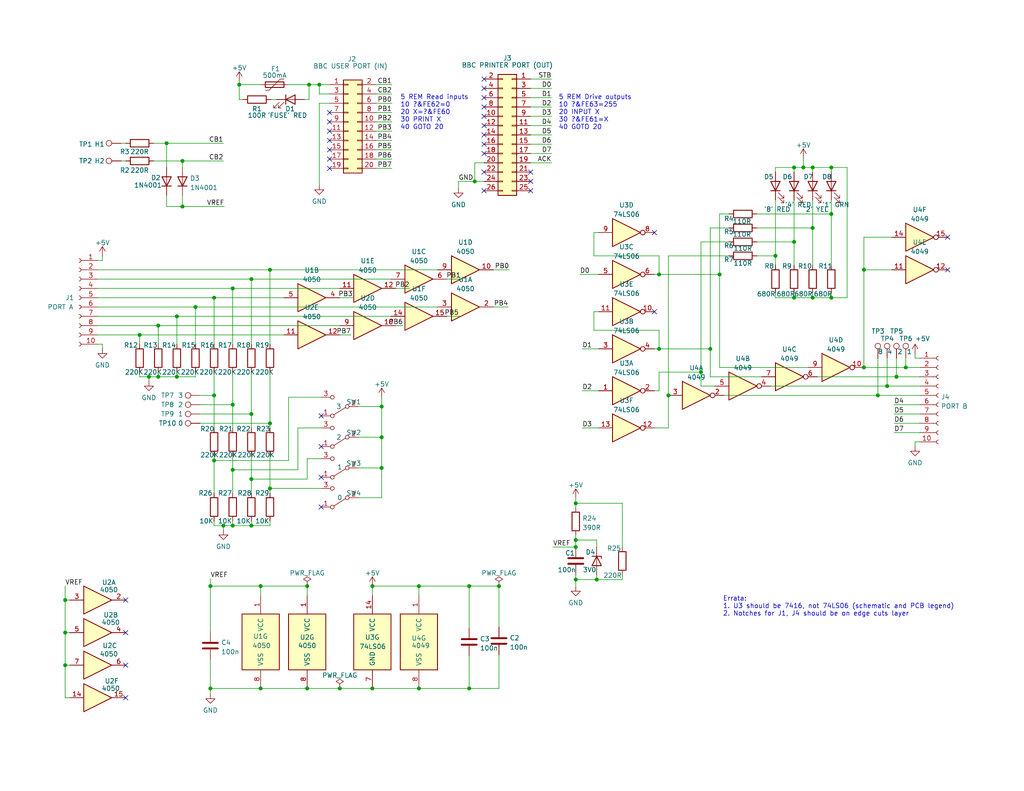
<source format=kicad_sch>
(kicad_sch (version 20211123) (generator eeschema)
  (paper "USLetter")
  (title_block (title "UNILAB Computer Module") (date "2023-05-28") (rev "MK II a"))
  (junction (at 157.099 149.352))
  (junction (at 17.78 172.72))
  (junction (at 68.58 76.2))
  (junction (at 196.342 74.93))
  (junction (at 49.784 43.942))
  (junction (at 58.42 81.28))
  (junction (at 157.099 158.242))
  (junction (at 101.6 160.02))
  (junction (at 71.12 160.02))
  (junction (at 43.18 102.87))
  (junction (at 221.742 62.23))
  (junction (at 58.42 125.73))
  (junction (at 48.26 86.36))
  (junction (at 60.96 143.51))
  (junction (at 83.82 160.02))
  (junction (at 48.26 102.87))
  (junction (at 63.5 110.49))
  (junction (at 226.822 58.42))
  (junction (at 157.099 147.447))
  (junction (at 38.1 91.44))
  (junction (at 182.372 107.95))
  (junction (at 73.66 133.35))
  (junction (at 68.58 143.51))
  (junction (at 128.016 160.02))
  (junction (at 58.42 107.95))
  (junction (at 157.099 137.414))
  (junction (at 235.712 73.66))
  (junction (at 53.34 83.82))
  (junction (at 226.822 45.72))
  (junction (at 17.78 181.61))
  (junction (at 191.262 101.6))
  (junction (at 239.522 107.95))
  (junction (at 65.278 23.114))
  (junction (at 68.58 113.03))
  (junction (at 242.062 105.41))
  (junction (at 83.82 187.96))
  (junction (at 226.822 81.28))
  (junction (at 40.64 102.87))
  (junction (at 221.742 81.28))
  (junction (at 43.18 88.9))
  (junction (at 87.122 23.114))
  (junction (at 104.14 127.762))
  (junction (at 68.58 130.81))
  (junction (at 63.5 128.27))
  (junction (at 219.202 45.72))
  (junction (at 179.832 74.93))
  (junction (at 84.328 23.114))
  (junction (at 63.5 143.51))
  (junction (at 45.466 39.116))
  (junction (at 104.14 110.998))
  (junction (at 136.144 160.02))
  (junction (at 17.78 163.83))
  (junction (at 101.6 187.96))
  (junction (at 73.66 73.66))
  (junction (at 247.142 100.33))
  (junction (at 128.016 187.96))
  (junction (at 71.12 187.96))
  (junction (at 114.3 187.96))
  (junction (at 193.802 95.25))
  (junction (at 73.66 115.57))
  (junction (at 235.712 100.33))
  (junction (at 114.3 160.02))
  (junction (at 57.404 187.96))
  (junction (at 49.784 56.388))
  (junction (at 221.742 45.72))
  (junction (at 244.602 102.87))
  (junction (at 63.5 78.74))
  (junction (at 179.832 95.25))
  (junction (at 211.582 69.85))
  (junction (at 216.662 66.04))
  (junction (at 162.814 158.242))
  (junction (at 216.662 81.28))
  (junction (at 92.71 187.96))
  (junction (at 57.404 160.02))
  (junction (at 129.54 49.53))
  (junction (at 216.662 45.72))
  (junction (at 104.14 119.38))
  (no_connect (at 178.562 85.09))
  (no_connect (at 178.562 63.5))
  (no_connect (at 34.29 163.83))
  (no_connect (at 34.29 172.72))
  (no_connect (at 34.29 181.61))
  (no_connect (at 34.29 190.5))
  (no_connect (at 87.63 130.302))
  (no_connect (at 87.63 138.43))
  (no_connect (at 87.63 113.538))
  (no_connect (at 87.63 121.92))
  (no_connect (at 89.916 30.734))
  (no_connect (at 132.08 34.29))
  (no_connect (at 132.08 36.83))
  (no_connect (at 132.08 39.37))
  (no_connect (at 132.08 41.91))
  (no_connect (at 132.08 46.99))
  (no_connect (at 132.08 52.07))
  (no_connect (at 144.78 46.99))
  (no_connect (at 144.78 49.53))
  (no_connect (at 144.78 52.07))
  (no_connect (at 132.08 21.59))
  (no_connect (at 132.08 24.13))
  (no_connect (at 132.08 26.67))
  (no_connect (at 132.08 29.21))
  (no_connect (at 132.08 31.75))
  (no_connect (at 89.916 33.274))
  (no_connect (at 89.916 35.814))
  (no_connect (at 89.916 38.354))
  (no_connect (at 89.916 40.894))
  (no_connect (at 89.916 43.434))
  (no_connect (at 89.916 45.974))
  (no_connect (at 258.572 64.77))
  (no_connect (at 258.572 73.66))
  (wire (pts (xy 226.822 45.72) (xy 221.742 45.72)))
  (wire (pts (xy 157.099 149.352) (xy 150.876 149.352)))
  (wire (pts (xy 128.016 171.45) (xy 128.016 160.02)))
  (wire (pts (xy 178.562 95.25) (xy 179.832 95.25)))
  (wire (pts (xy 40.64 102.87) (xy 40.64 104.14)))
  (wire (pts (xy 48.26 86.36) (xy 106.68 86.36)))
  (wire (pts (xy 58.42 125.73) (xy 58.42 134.62)))
  (wire (pts (xy 57.404 180.086) (xy 57.404 187.96)))
  (wire (pts (xy 68.58 124.46) (xy 68.58 130.81)))
  (wire (pts (xy 128.016 179.07) (xy 128.016 187.96)))
  (wire (pts (xy 158.877 116.84) (xy 163.322 116.84)))
  (wire (pts (xy 71.12 23.114) (xy 65.278 23.114)))
  (wire (pts (xy 179.832 95.25) (xy 193.802 95.25)))
  (wire (pts (xy 121.92 86.36) (xy 125.476 86.36)))
  (wire (pts (xy 73.66 73.66) (xy 119.38 73.66)))
  (wire (pts (xy 71.12 160.02) (xy 57.404 160.02)))
  (wire (pts (xy 84.328 27.178) (xy 84.328 23.114)))
  (wire (pts (xy 221.742 81.28) (xy 226.822 81.28)))
  (wire (pts (xy 128.016 187.96) (xy 136.144 187.96)))
  (wire (pts (xy 73.66 133.35) (xy 73.66 134.62)))
  (wire (pts (xy 114.3 160.02) (xy 114.3 162.56)))
  (wire (pts (xy 48.26 86.36) (xy 48.26 93.98)))
  (wire (pts (xy 179.832 101.6) (xy 191.262 101.6)))
  (wire (pts (xy 178.562 106.68) (xy 179.832 106.68)))
  (wire (pts (xy 196.342 58.42) (xy 196.342 74.93)))
  (wire (pts (xy 48.26 102.87) (xy 53.34 102.87)))
  (wire (pts (xy 162.814 158.242) (xy 169.799 158.242)))
  (wire (pts (xy 26.67 88.9) (xy 43.18 88.9)))
  (wire (pts (xy 216.662 80.01) (xy 216.662 81.28)))
  (wire (pts (xy 49.784 56.388) (xy 61.214 56.388)))
  (wire (pts (xy 211.582 54.61) (xy 211.582 69.85)))
  (wire (pts (xy 223.012 102.87) (xy 244.602 102.87)))
  (wire (pts (xy 26.67 78.74) (xy 63.5 78.74)))
  (wire (pts (xy 45.466 39.116) (xy 41.91 39.116)))
  (wire (pts (xy 221.742 62.23) (xy 221.742 72.39)))
  (wire (pts (xy 60.96 143.51) (xy 60.96 144.78)))
  (wire (pts (xy 87.122 28.194) (xy 89.916 28.194)))
  (wire (pts (xy 58.42 142.24) (xy 58.42 143.51)))
  (wire (pts (xy 58.42 107.95) (xy 58.42 116.84)))
  (wire (pts (xy 68.58 101.6) (xy 68.58 113.03)))
  (wire (pts (xy 102.616 35.814) (xy 106.934 35.814)))
  (wire (pts (xy 102.616 33.274) (xy 106.934 33.274)))
  (wire (pts (xy 45.466 39.116) (xy 60.96 39.116)))
  (wire (pts (xy 43.18 102.87) (xy 43.18 101.6)))
  (wire (pts (xy 60.96 143.51) (xy 63.5 143.51)))
  (wire (pts (xy 216.662 81.28) (xy 221.742 81.28)))
  (wire (pts (xy 92.71 91.44) (xy 95.758 91.44)))
  (wire (pts (xy 68.58 130.81) (xy 83.82 130.81)))
  (wire (pts (xy 179.832 74.93) (xy 196.342 74.93)))
  (wire (pts (xy 226.822 46.99) (xy 226.822 45.72)))
  (wire (pts (xy 158.242 74.93) (xy 163.322 74.93)))
  (wire (pts (xy 163.322 63.5) (xy 162.052 63.5)))
  (wire (pts (xy 162.814 147.447) (xy 157.099 147.447)))
  (wire (pts (xy 250.952 120.65) (xy 249.682 120.65)))
  (wire (pts (xy 235.712 100.33) (xy 235.712 73.66)))
  (wire (pts (xy 27.94 71.12) (xy 27.94 69.85)))
  (wire (pts (xy 249.682 97.79) (xy 250.952 97.79)))
  (wire (pts (xy 107.95 78.74) (xy 111.76 78.74)))
  (wire (pts (xy 83.82 125.222) (xy 83.82 130.81)))
  (wire (pts (xy 178.562 116.84) (xy 182.372 116.84)))
  (wire (pts (xy 244.602 102.87) (xy 250.952 102.87)))
  (wire (pts (xy 211.582 69.85) (xy 211.582 72.39)))
  (wire (pts (xy 97.79 135.89) (xy 104.14 135.89)))
  (wire (pts (xy 144.78 21.59) (xy 150.495 21.59)))
  (wire (pts (xy 144.78 31.75) (xy 150.495 31.75)))
  (wire (pts (xy 17.78 181.61) (xy 19.05 181.61)))
  (wire (pts (xy 73.914 27.178) (xy 75.438 27.178)))
  (wire (pts (xy 102.616 40.894) (xy 106.934 40.894)))
  (wire (pts (xy 132.08 44.45) (xy 129.54 44.45)))
  (wire (pts (xy 144.78 34.29) (xy 150.495 34.29)))
  (wire (pts (xy 216.662 66.04) (xy 216.662 72.39)))
  (wire (pts (xy 81.28 128.27) (xy 81.28 116.84)))
  (wire (pts (xy 235.712 73.66) (xy 243.332 73.66)))
  (wire (pts (xy 68.58 130.81) (xy 68.58 134.62)))
  (wire (pts (xy 43.18 88.9) (xy 43.18 93.98)))
  (wire (pts (xy 210.312 105.41) (xy 242.062 105.41)))
  (wire (pts (xy 97.79 110.998) (xy 104.14 110.998)))
  (wire (pts (xy 63.5 110.49) (xy 63.5 101.6)))
  (wire (pts (xy 38.1 91.44) (xy 38.1 93.98)))
  (wire (pts (xy 162.814 149.352) (xy 162.814 147.447)))
  (wire (pts (xy 104.14 119.38) (xy 104.14 127.762)))
  (wire (pts (xy 87.63 125.222) (xy 83.82 125.222)))
  (wire (pts (xy 71.12 162.56) (xy 71.12 160.02)))
  (wire (pts (xy 63.5 124.46) (xy 63.5 128.27)))
  (wire (pts (xy 125.095 51.435) (xy 125.095 49.53)))
  (wire (pts (xy 226.822 58.42) (xy 226.822 72.39)))
  (wire (pts (xy 249.682 120.65) (xy 249.682 121.92)))
  (wire (pts (xy 235.712 73.66) (xy 235.712 64.77)))
  (wire (pts (xy 162.052 63.5) (xy 162.052 69.85)))
  (wire (pts (xy 73.66 73.66) (xy 73.66 93.98)))
  (wire (pts (xy 206.502 66.04) (xy 216.662 66.04)))
  (wire (pts (xy 211.582 46.99) (xy 211.582 45.72)))
  (wire (pts (xy 242.062 97.79) (xy 242.062 105.41)))
  (wire (pts (xy 87.122 23.114) (xy 87.122 25.654)))
  (wire (pts (xy 17.78 172.72) (xy 17.78 181.61)))
  (wire (pts (xy 157.099 147.447) (xy 157.099 146.177)))
  (wire (pts (xy 179.832 90.17) (xy 179.832 95.25)))
  (wire (pts (xy 162.052 69.85) (xy 179.832 69.85)))
  (wire (pts (xy 206.502 62.23) (xy 221.742 62.23)))
  (wire (pts (xy 40.64 102.87) (xy 43.18 102.87)))
  (wire (pts (xy 169.799 137.414) (xy 157.099 137.414)))
  (wire (pts (xy 38.1 91.44) (xy 77.47 91.44)))
  (wire (pts (xy 65.278 27.178) (xy 66.294 27.178)))
  (wire (pts (xy 54.61 107.95) (xy 58.42 107.95)))
  (wire (pts (xy 104.14 110.998) (xy 104.14 119.38)))
  (wire (pts (xy 144.78 26.67) (xy 150.495 26.67)))
  (wire (pts (xy 17.78 160.02) (xy 17.78 163.83)))
  (wire (pts (xy 206.502 58.42) (xy 226.822 58.42)))
  (wire (pts (xy 68.58 113.03) (xy 54.61 113.03)))
  (wire (pts (xy 211.582 80.01) (xy 211.582 81.28)))
  (wire (pts (xy 68.58 76.2) (xy 68.58 93.98)))
  (wire (pts (xy 239.522 107.95) (xy 250.952 107.95)))
  (wire (pts (xy 114.3 187.96) (xy 128.016 187.96)))
  (wire (pts (xy 158.877 95.25) (xy 163.322 95.25)))
  (wire (pts (xy 83.82 187.96) (xy 92.71 187.96)))
  (wire (pts (xy 102.616 30.734) (xy 106.934 30.734)))
  (wire (pts (xy 221.742 54.61) (xy 221.742 62.23)))
  (wire (pts (xy 57.404 160.02) (xy 57.404 172.466)))
  (wire (pts (xy 162.052 85.09) (xy 162.052 90.17)))
  (wire (pts (xy 144.78 36.83) (xy 150.495 36.83)))
  (wire (pts (xy 121.92 76.2) (xy 125.984 76.2)))
  (wire (pts (xy 216.662 54.61) (xy 216.662 66.04)))
  (wire (pts (xy 17.78 172.72) (xy 19.05 172.72)))
  (wire (pts (xy 43.18 88.9) (xy 92.71 88.9)))
  (wire (pts (xy 193.802 95.25) (xy 193.802 62.23)))
  (wire (pts (xy 235.712 64.77) (xy 243.332 64.77)))
  (wire (pts (xy 57.404 189.484) (xy 57.404 187.96)))
  (wire (pts (xy 83.82 160.02) (xy 71.12 160.02)))
  (wire (pts (xy 136.144 171.196) (xy 136.144 160.02)))
  (wire (pts (xy 191.262 101.6) (xy 191.262 66.04)))
  (wire (pts (xy 26.67 81.28) (xy 58.42 81.28)))
  (wire (pts (xy 219.202 45.72) (xy 219.202 43.18)))
  (wire (pts (xy 129.54 44.45) (xy 129.54 49.53)))
  (wire (pts (xy 182.372 107.95) (xy 182.372 69.85)))
  (wire (pts (xy 211.582 45.72) (xy 216.662 45.72)))
  (wire (pts (xy 125.095 49.53) (xy 129.54 49.53)))
  (wire (pts (xy 53.34 83.82) (xy 119.38 83.82)))
  (wire (pts (xy 182.372 116.84) (xy 182.372 107.95)))
  (wire (pts (xy 235.712 100.33) (xy 247.142 100.33)))
  (wire (pts (xy 101.6 160.02) (xy 114.3 160.02)))
  (wire (pts (xy 101.6 187.96) (xy 114.3 187.96)))
  (wire (pts (xy 195.072 105.41) (xy 191.262 105.41)))
  (wire (pts (xy 49.784 53.34) (xy 49.784 56.388)))
  (wire (pts (xy 136.144 160.02) (xy 128.016 160.02)))
  (wire (pts (xy 57.404 187.96) (xy 71.12 187.96)))
  (wire (pts (xy 58.42 107.95) (xy 58.42 101.6)))
  (wire (pts (xy 63.5 143.51) (xy 68.58 143.51)))
  (wire (pts (xy 231.14 81.28) (xy 226.822 81.28)))
  (wire (pts (xy 87.63 116.84) (xy 81.28 116.84)))
  (wire (pts (xy 243.967 115.57) (xy 250.952 115.57)))
  (wire (pts (xy 247.142 100.33) (xy 250.952 100.33)))
  (wire (pts (xy 144.78 41.91) (xy 150.495 41.91)))
  (wire (pts (xy 102.616 28.194) (xy 106.934 28.194)))
  (wire (pts (xy 179.832 106.68) (xy 179.832 101.6)))
  (wire (pts (xy 78.74 108.458) (xy 78.74 125.73)))
  (wire (pts (xy 128.016 160.02) (xy 114.3 160.02)))
  (wire (pts (xy 144.78 44.45) (xy 150.495 44.45)))
  (wire (pts (xy 17.78 190.5) (xy 17.78 181.61)))
  (wire (pts (xy 57.404 157.988) (xy 57.404 160.02)))
  (wire (pts (xy 68.58 143.51) (xy 68.58 142.24)))
  (wire (pts (xy 163.322 85.09) (xy 162.052 85.09)))
  (wire (pts (xy 87.63 108.458) (xy 78.74 108.458)))
  (wire (pts (xy 63.5 128.27) (xy 81.28 128.27)))
  (wire (pts (xy 58.42 124.46) (xy 58.42 125.73)))
  (wire (pts (xy 87.122 28.194) (xy 87.122 50.546)))
  (wire (pts (xy 226.822 45.72) (xy 231.14 45.72)))
  (wire (pts (xy 220.472 100.33) (xy 196.342 100.33)))
  (wire (pts (xy 97.79 119.38) (xy 104.14 119.38)))
  (wire (pts (xy 196.342 74.93) (xy 196.342 100.33)))
  (wire (pts (xy 231.14 45.72) (xy 231.14 81.28)))
  (wire (pts (xy 38.1 102.87) (xy 40.64 102.87)))
  (wire (pts (xy 26.67 73.66) (xy 73.66 73.66)))
  (wire (pts (xy 63.5 143.51) (xy 63.5 142.24)))
  (wire (pts (xy 17.78 163.83) (xy 17.78 172.72)))
  (wire (pts (xy 102.616 38.354) (xy 106.934 38.354)))
  (wire (pts (xy 207.772 102.87) (xy 193.802 102.87)))
  (wire (pts (xy 134.62 83.82) (xy 138.684 83.82)))
  (wire (pts (xy 58.42 81.28) (xy 58.42 93.98)))
  (wire (pts (xy 87.122 23.114) (xy 84.328 23.114)))
  (wire (pts (xy 92.71 187.96) (xy 101.6 187.96)))
  (wire (pts (xy 191.262 105.41) (xy 191.262 101.6)))
  (wire (pts (xy 33.02 43.942) (xy 34.29 43.942)))
  (wire (pts (xy 73.66 133.35) (xy 87.63 133.35)))
  (wire (pts (xy 221.742 45.72) (xy 219.202 45.72)))
  (wire (pts (xy 157.099 137.414) (xy 157.099 138.557)))
  (wire (pts (xy 178.562 74.93) (xy 179.832 74.93)))
  (wire (pts (xy 89.916 25.654) (xy 87.122 25.654)))
  (wire (pts (xy 41.91 43.942) (xy 49.784 43.942)))
  (wire (pts (xy 134.62 73.66) (xy 138.938 73.66)))
  (wire (pts (xy 102.616 23.114) (xy 106.934 23.114)))
  (wire (pts (xy 197.612 107.95) (xy 239.522 107.95)))
  (wire (pts (xy 26.67 83.82) (xy 53.34 83.82)))
  (wire (pts (xy 221.742 45.72) (xy 221.742 46.99)))
  (wire (pts (xy 92.71 81.28) (xy 96.266 81.28)))
  (wire (pts (xy 83.82 162.56) (xy 83.82 160.02)))
  (wire (pts (xy 226.822 58.42) (xy 226.822 54.61)))
  (wire (pts (xy 157.099 158.242) (xy 162.814 158.242)))
  (wire (pts (xy 54.61 110.49) (xy 63.5 110.49)))
  (wire (pts (xy 179.832 69.85) (xy 179.832 74.93)))
  (wire (pts (xy 226.822 80.01) (xy 226.822 81.28)))
  (wire (pts (xy 104.14 110.998) (xy 104.14 108.458)))
  (wire (pts (xy 26.67 93.98) (xy 27.94 93.98)))
  (wire (pts (xy 84.328 23.114) (xy 78.74 23.114)))
  (wire (pts (xy 78.74 125.73) (xy 58.42 125.73)))
  (wire (pts (xy 239.522 97.79) (xy 239.522 107.95)))
  (wire (pts (xy 158.877 106.68) (xy 163.322 106.68)))
  (wire (pts (xy 104.14 127.762) (xy 104.14 135.89)))
  (wire (pts (xy 45.466 53.34) (xy 45.466 56.388)))
  (wire (pts (xy 53.34 83.82) (xy 53.34 93.98)))
  (wire (pts (xy 144.78 29.21) (xy 150.495 29.21)))
  (wire (pts (xy 73.66 124.46) (xy 73.66 133.35)))
  (wire (pts (xy 33.02 39.116) (xy 34.29 39.116)))
  (wire (pts (xy 157.099 136.017) (xy 157.099 137.414)))
  (wire (pts (xy 97.79 127.762) (xy 104.14 127.762)))
  (wire (pts (xy 129.54 49.53) (xy 132.08 49.53)))
  (wire (pts (xy 157.099 149.352) (xy 157.099 147.447)))
  (wire (pts (xy 58.42 81.28) (xy 77.47 81.28)))
  (wire (pts (xy 38.1 101.6) (xy 38.1 102.87)))
  (wire (pts (xy 242.062 105.41) (xy 250.952 105.41)))
  (wire (pts (xy 89.916 23.114) (xy 87.122 23.114)))
  (wire (pts (xy 73.66 115.57) (xy 73.66 116.84)))
  (wire (pts (xy 169.799 137.414) (xy 169.799 149.352)))
  (wire (pts (xy 221.742 80.01) (xy 221.742 81.28)))
  (wire (pts (xy 211.582 81.28) (xy 216.662 81.28)))
  (wire (pts (xy 144.78 39.37) (xy 150.495 39.37)))
  (wire (pts (xy 17.78 163.83) (xy 19.05 163.83)))
  (wire (pts (xy 243.967 110.49) (xy 250.952 110.49)))
  (wire (pts (xy 63.5 78.74) (xy 63.5 93.98)))
  (wire (pts (xy 48.26 102.87) (xy 48.26 101.6)))
  (wire (pts (xy 102.616 45.974) (xy 106.934 45.974)))
  (wire (pts (xy 162.814 158.242) (xy 162.814 156.972)))
  (wire (pts (xy 244.602 97.79) (xy 244.602 102.87)))
  (wire (pts (xy 65.278 23.114) (xy 65.278 27.178)))
  (wire (pts (xy 249.682 96.52) (xy 249.682 97.79)))
  (wire (pts (xy 243.967 113.03) (xy 250.952 113.03)))
  (wire (pts (xy 63.5 78.74) (xy 92.71 78.74)))
  (wire (pts (xy 191.262 66.04) (xy 198.882 66.04)))
  (wire (pts (xy 27.94 93.98) (xy 27.94 95.25)))
  (wire (pts (xy 63.5 110.49) (xy 63.5 116.84)))
  (wire (pts (xy 136.144 187.96) (xy 136.144 178.816)))
  (wire (pts (xy 206.502 69.85) (xy 211.582 69.85)))
  (wire (pts (xy 49.784 45.72) (xy 49.784 43.942)))
  (wire (pts (xy 26.67 76.2) (xy 68.58 76.2)))
  (wire (pts (xy 73.66 143.51) (xy 73.66 142.24)))
  (wire (pts (xy 68.58 113.03) (xy 68.58 116.84)))
  (wire (pts (xy 101.6 162.56) (xy 101.6 160.02)))
  (wire (pts (xy 83.82 187.96) (xy 71.12 187.96)))
  (wire (pts (xy 193.802 62.23) (xy 198.882 62.23)))
  (wire (pts (xy 45.466 45.72) (xy 45.466 39.116)))
  (wire (pts (xy 216.662 45.72) (xy 219.202 45.72)))
  (wire (pts (xy 193.802 102.87) (xy 193.802 95.25)))
  (wire (pts (xy 53.34 102.87) (xy 53.34 101.6)))
  (wire (pts (xy 162.052 90.17) (xy 179.832 90.17)))
  (wire (pts (xy 196.342 58.42) (xy 198.882 58.42)))
  (wire (pts (xy 157.099 160.147) (xy 157.099 158.242)))
  (wire (pts (xy 45.466 56.388) (xy 49.784 56.388)))
  (wire (pts (xy 102.616 25.654) (xy 106.934 25.654)))
  (wire (pts (xy 107.95 88.9) (xy 109.982 88.9)))
  (wire (pts (xy 83.058 27.178) (xy 84.328 27.178)))
  (wire (pts (xy 68.58 76.2) (xy 106.68 76.2)))
  (wire (pts (xy 26.67 71.12) (xy 27.94 71.12)))
  (wire (pts (xy 26.67 91.44) (xy 38.1 91.44)))
  (wire (pts (xy 182.372 69.85) (xy 198.882 69.85)))
  (wire (pts (xy 58.42 143.51) (xy 60.96 143.51)))
  (wire (pts (xy 19.05 190.5) (xy 17.78 190.5)))
  (wire (pts (xy 43.18 102.87) (xy 48.26 102.87)))
  (wire (pts (xy 73.66 115.57) (xy 73.66 101.6)))
  (wire (pts (xy 144.78 24.13) (xy 150.495 24.13)))
  (wire (pts (xy 247.142 97.79) (xy 247.142 100.33)))
  (wire (pts (xy 243.967 118.11) (xy 250.952 118.11)))
  (wire (pts (xy 169.799 158.242) (xy 169.799 156.972)))
  (wire (pts (xy 216.662 46.99) (xy 216.662 45.72)))
  (wire (pts (xy 54.61 115.57) (xy 73.66 115.57)))
  (wire (pts (xy 63.5 128.27) (xy 63.5 134.62)))
  (wire (pts (xy 65.278 22.098) (xy 65.278 23.114)))
  (wire (pts (xy 49.784 43.942) (xy 60.96 43.942)))
  (wire (pts (xy 68.58 143.51) (xy 73.66 143.51)))
  (wire (pts (xy 157.099 158.242) (xy 157.099 156.972)))
  (wire (pts (xy 102.616 43.434) (xy 106.934 43.434)))
  (wire (pts (xy 26.67 86.36) (xy 48.26 86.36)))
  (text "5 REM Drive outputs\n10 ?&FE63=255\n20 INPUT X\n30 ?&FE61=X\n40 GOTO 20" (at 152.4 35.56 0) (effects (font (size 1.27 1.27)) (justify left bottom)))
  (text "Errata: \n1. U3 should be 7416, not 74LS06 (schematic and PCB legend)\n2. Notches for J1, J4 should be on edge cuts layer" (at 197.231 168.402 0) (effects (font (size 1.27 1.27)) (justify left bottom)))
  (text "5 REM Read inputs\n10 ?&FE62=0\n20 X=?&FE60\n30 PRINT X\n40 GOTO 20" (at 109.22 35.56 0) (effects (font (size 1.27 1.27)) (justify left bottom)))
  (label "ACK" (at 150.495 44.45 180))
  (label "D3" (at 150.495 31.75 180))
  (label "D6" (at 243.967 115.57 0))
  (label "GND" (at 125.095 49.53 0))
  (label "PB2" (at 111.76 78.74 180))
  (label "PB2" (at 106.934 33.274 180))
  (label "D0" (at 158.242 74.93 0))
  (label "D4" (at 150.495 34.29 180))
  (label "PB1" (at 106.934 30.734 180))
  (label "D6" (at 150.495 39.37 180))
  (label "D1" (at 150.495 26.67 180))
  (label "PB6" (at 106.934 43.434 180))
  (label "PB3" (at 96.266 81.28 180))
  (label "D2" (at 150.495 29.21 180))
  (label "D7" (at 150.495 41.91 180))
  (label "D1" (at 158.877 95.25 0))
  (label "PB6" (at 109.982 88.9 180))
  (label "STB" (at 150.495 21.59 180))
  (label "PB4" (at 106.934 38.354 180))
  (label "D0" (at 150.495 24.13 180))
  (label "VREF" (at 61.214 56.388 180))
  (label "D5" (at 150.495 36.83 180))
  (label "PB5" (at 125.222 86.36 180))
  (label "PB0" (at 106.934 28.194 180))
  (label "CB2" (at 60.96 43.942 180))
  (label "D7" (at 243.967 118.11 0))
  (label "PB4" (at 138.684 83.82 180))
  (label "CB1" (at 60.96 39.116 180))
  (label "CB1" (at 106.934 23.114 180))
  (label "VREF" (at 57.404 157.988 0))
  (label "D5" (at 243.967 113.03 0))
  (label "VREF" (at 17.78 160.02 0))
  (label "CB2" (at 106.934 25.654 180))
  (label "PB1" (at 125.73 76.2 180))
  (label "PB7" (at 106.934 45.974 180))
  (label "PB7" (at 95.758 91.44 180))
  (label "D3" (at 158.877 116.84 0))
  (label "D2" (at 158.877 106.68 0))
  (label "PB5" (at 106.934 40.894 180))
  (label "PB0" (at 138.938 73.66 180))
  (label "D4" (at 243.967 110.49 0))
  (label "VREF" (at 150.876 149.352 0))
  (label "PB3" (at 106.934 35.814 180))
  (symbol (lib_id "Device:R") (at 68.58 97.79 180) (unit 1)
    (property "Reference" "R18" (at 64.516 94.234 0) (effects (justify right)))
    (property "Value" "220K" (at 64.516 101.6 0) (effects (justify right)))
    (property "Footprint" "Resistor_THT:R_Axial_DIN0207_L6.3mm_D2.5mm_P10.16mm_Horizontal" (effects hide))
  )
  (symbol (lib_id "Device:LED") (at 79.248 27.178 0) (unit 1)
    (property "Reference" "D1" (at 80.518 29.718 0) (effects (justify right)))
    (property "Value" "'FUSE' RED" (at 83.82 31.496 0) (effects (justify right)))
    (property "Footprint" "LED_THT:LED_D3.0mm" (effects hide))
  )
  (symbol (lib_id "4xxx:4050") (at 127 83.82 0) (unit 1)
    (property "Reference" "U1" (at 127 76.3102 0))
    (property "Value" "4050" (at 127 78.8471 0))
    (property "Footprint" "Package_DIP:DIP-16_W7.62mm_Socket_LongPads" (effects hide))
    (property "Datasheet" "http://www.intersil.com/content/dam/intersil/documents/cd40/cd4050bms.pdf" (effects hide))
  )
  (symbol (lib_id "Connector:TestPoint") (at 54.61 115.57 90) (unit 1)
    (property "Reference" "TP10" (at 45.72 115.57 90))
    (property "Value" "0" (at 49.276 115.57 90))
    (property "Footprint" "TestPoint:TestPoint_THTPad_D3.0mm_Drill1.5mm" (effects hide))
  )
  (symbol (lib_id "Device:R") (at 38.1 97.79 180) (unit 1)
    (property "Reference" "R12" (at 33.782 94.234 0) (effects (justify right)))
    (property "Value" "220K" (at 34.036 101.6 0) (effects (justify right)))
    (property "Footprint" "Resistor_THT:R_Axial_DIN0207_L6.3mm_D2.5mm_P10.16mm_Horizontal" (effects hide))
  )
  (symbol (lib_id "74xx:74LS06") (at 170.942 106.68 0) (unit 1)
    (property "Reference" "U3" (at 170.942 99.1702 0))
    (property "Value" "74LS06" (at 170.942 101.7071 0))
    (property "Footprint" "Package_DIP:DIP-14_W7.62mm_Socket_LongPads" (effects hide))
    (property "Datasheet" "http://www.ti.com/lit/gpn/sn74LS06" (effects hide))
  )
  (symbol (lib_id "4xxx:4050") (at 26.67 172.72 0) (unit 2)
    (property "Reference" "U2" (at 30.226 167.894 0))
    (property "Value" "4050" (at 30.226 169.926 0))
    (property "Footprint" "Package_DIP:DIP-16_W7.62mm_Socket_LongPads" (effects hide))
    (property "Datasheet" "http://www.intersil.com/content/dam/intersil/documents/cd40/cd4050bms.pdf" (effects hide))
  )
  (symbol (lib_id "Device:R") (at 63.5 138.43 180) (unit 1)
    (property "Reference" "R27" (at 59.436 134.62 0) (effects (justify right)))
    (property "Value" "10K" (at 59.436 142.24 0) (effects (justify right)))
    (property "Footprint" "Resistor_THT:R_Axial_DIN0207_L6.3mm_D2.5mm_P10.16mm_Horizontal" (effects hide))
  )
  (symbol (lib_id "power:GND") (at 249.682 121.92 0) (unit 1)
    (property "Reference" "#PWR011" (effects hide))
    (property "Value" "GND" (at 249.682 126.3634 0))
  )
  (symbol (lib_id "4xxx:4049") (at 114.3 175.26 0) (unit 7)
    (property "Reference" "U4" (at 112.268 174.244 0) (effects (justify left)))
    (property "Value" "4049" (at 112.268 176.276 0) (effects (justify left)))
    (property "Footprint" "Package_DIP:DIP-16_W7.62mm_Socket_LongPads" (effects hide))
    (property "Datasheet" "http://www.intersil.com/content/dam/intersil/documents/cd40/cd4049ubms.pdf" (effects hide))
  )
  (symbol (lib_id "4xxx:4049") (at 228.092 100.33 0) (unit 4)
    (property "Reference" "U4" (at 228.092 92.8202 0))
    (property "Value" "4049" (at 228.092 95.3571 0))
    (property "Footprint" "Package_DIP:DIP-16_W7.62mm_Socket_LongPads" (effects hide))
    (property "Datasheet" "http://www.intersil.com/content/dam/intersil/documents/cd40/cd4049ubms.pdf" (effects hide))
  )
  (symbol (lib_id "Connector:TestPoint") (at 242.062 97.79 0) (unit 1)
    (property "Reference" "TP4" (at 240.284 92.456 0) (effects (justify left)))
    (property "Value" "4" (at 242.062 96.012 0) (effects (justify left)))
    (property "Footprint" "TestPoint:TestPoint_THTPad_D3.0mm_Drill1.5mm" (effects hide))
  )
  (symbol (lib_id "Device:LED") (at 216.662 50.8 90) (unit 1)
    (property "Reference" "D6" (at 213.487 48.26 90) (effects (justify right)))
    (property "Value" "'4' RED" (at 214.122 55.88 90) (effects (justify right)))
    (property "Footprint" "LED_THT:LED_D3.0mm" (effects hide))
  )
  (symbol (lib_id "74xx:74LS06") (at 101.6 175.26 0) (unit 7)
    (property "Reference" "U3" (at 99.568 173.99 0) (effects (justify left)))
    (property "Value" "74LS06" (at 98.044 176.53 0) (effects (justify left)))
    (property "Footprint" "Package_DIP:DIP-14_W7.62mm_Socket_LongPads" (effects hide))
    (property "Datasheet" "http://www.ti.com/lit/gpn/sn74LS06" (effects hide))
  )
  (symbol (lib_id "4xxx:4049") (at 202.692 105.41 0) (unit 2)
    (property "Reference" "U4" (at 202.692 97.9002 0))
    (property "Value" "4049" (at 202.692 100.4371 0))
    (property "Footprint" "Package_DIP:DIP-16_W7.62mm_Socket_LongPads" (effects hide))
    (property "Datasheet" "http://www.intersil.com/content/dam/intersil/documents/cd40/cd4049ubms.pdf" (effects hide))
  )
  (symbol (lib_id "Device:R") (at 211.582 76.2 180) (unit 1)
    (property "Reference" "R8" (at 208.534 72.644 0) (effects (justify right)))
    (property "Value" "680R" (at 206.502 80.264 0) (effects (justify right)))
    (property "Footprint" "Resistor_THT:R_Axial_DIN0207_L6.3mm_D2.5mm_P10.16mm_Horizontal" (effects hide))
  )
  (symbol (lib_id "Device:D") (at 49.784 49.53 90) (unit 1)
    (property "Reference" "D3" (at 51.816 48.6953 90) (effects (justify right)))
    (property "Value" "1N4001" (at 51.816 51.2322 90) (effects (justify right)))
    (property "Footprint" "Diode_THT:D_DO-41_SOD81_P10.16mm_Horizontal" (effects hide))
  )
  (symbol (lib_id "Device:LED") (at 226.822 50.8 90) (unit 1)
    (property "Reference" "D8" (at 224.282 48.26 90) (effects (justify right)))
    (property "Value" "'1' GRN" (at 224.282 55.88 90) (effects (justify right)))
    (property "Footprint" "LED_THT:LED_D3.0mm" (effects hide))
  )
  (symbol (lib_id "Connector:TestPoint") (at 247.142 97.79 0) (unit 1)
    (property "Reference" "TP6" (at 245.364 92.456 0) (effects (justify left)))
    (property "Value" "1" (at 247.396 96.012 0) (effects (justify left)))
    (property "Footprint" "TestPoint:TestPoint_THTPad_D3.0mm_Drill1.5mm" (effects hide))
  )
  (symbol (lib_id "Device:C") (at 57.404 176.276 0) (unit 1)
    (property "Reference" "C4" (at 60.325 175.4413 0) (effects (justify left)))
    (property "Value" "100n" (at 60.325 177.9782 0) (effects (justify left)))
    (property "Footprint" "Capacitor_THT:C_Rect_L7.2mm_W2.5mm_P5.00mm_FKS2_FKP2_MKS2_MKP2" (effects hide))
  )
  (symbol (lib_id "Connector:TestPoint") (at 33.02 43.942 90) (unit 1)
    (property "Reference" "TP2" (at 23.368 43.942 90))
    (property "Value" "H2" (at 27.178 43.942 90))
    (property "Footprint" "TestPoint:TestPoint_THTPad_3.0x3.0mm_Drill1.5mm" (effects hide))
  )
  (symbol (lib_id "4xxx:4049") (at 250.952 73.66 0) (unit 5)
    (property "Reference" "U4" (at 250.952 66.1502 0))
    (property "Value" "4049" (at 250.952 68.6871 0))
    (property "Footprint" "Package_DIP:DIP-16_W7.62mm_Socket_LongPads" (effects hide))
    (property "Datasheet" "http://www.intersil.com/content/dam/intersil/documents/cd40/cd4049ubms.pdf" (effects hide))
  )
  (symbol (lib_id "Device:R") (at 68.58 120.65 180) (unit 1)
    (property "Reference" "R22" (at 64.516 117.094 0) (effects (justify right)))
    (property "Value" "220K" (at 64.77 124.206 0) (effects (justify right)))
    (property "Footprint" "Resistor_THT:R_Axial_DIN0207_L6.3mm_D2.5mm_P10.16mm_Horizontal" (effects hide))
  )
  (symbol (lib_id "Device:R") (at 202.692 66.04 270) (unit 1)
    (property "Reference" "R6" (at 198.882 67.056 90))
    (property "Value" "110R" (at 202.692 67.818 90))
    (property "Footprint" "Resistor_THT:R_Axial_DIN0207_L6.3mm_D2.5mm_P10.16mm_Horizontal" (effects hide))
  )
  (symbol (lib_id "power:PWR_FLAG") (at 136.144 160.02 0) (unit 1)
    (property "Reference" "#FLG0103" (effects hide))
    (property "Value" "PWR_FLAG" (at 136.144 156.4442 0))
  )
  (symbol (lib_id "4xxx:4049") (at 189.992 107.95 0) (unit 1)
    (property "Reference" "U4" (at 189.992 100.4402 0))
    (property "Value" "4049" (at 189.992 102.9771 0))
    (property "Footprint" "Package_DIP:DIP-16_W7.62mm_Socket_LongPads" (effects hide))
    (property "Datasheet" "http://www.intersil.com/content/dam/intersil/documents/cd40/cd4049ubms.pdf" (effects hide))
  )
  (symbol (lib_id "74xx:74LS06") (at 170.942 74.93 0) (unit 3)
    (property "Reference" "U3" (at 170.942 67.4202 0))
    (property "Value" "74LS06" (at 170.942 69.9571 0))
    (property "Footprint" "Package_DIP:DIP-14_W7.62mm_Socket_LongPads" (effects hide))
    (property "Datasheet" "http://www.ti.com/lit/gpn/sn74LS06" (effects hide))
  )
  (symbol (lib_id "Device:LED") (at 211.582 50.8 90) (unit 1)
    (property "Reference" "D5" (at 208.407 48.26 90) (effects (justify right)))
    (property "Value" "'8' RED" (at 208.407 57.15 90) (effects (justify right)))
    (property "Footprint" "LED_THT:LED_D3.0mm" (effects hide))
  )
  (symbol (lib_id "Connector:Conn_01x10_Female") (at 256.032 107.95 0) (unit 1)
    (property "Reference" "J4" (at 256.7432 108.3853 0) (effects (justify left)))
    (property "Value" "PORT B" (at 256.7432 110.9222 0) (effects (justify left)))
    (property "Footprint" "unilab_bbc:10W_RA_Female" (effects hide))
  )
  (symbol (lib_id "Switch:SW_SPDT") (at 92.71 119.38 180) (unit 1)
    (property "Reference" "SW2" (at 96.52 118.11 0))
    (property "Value" "2" (at 92.456 119.38 0))
    (property "Footprint" "unilab_bbc:SPDT SIP SLIDE" (effects hide))
  )
  (symbol (lib_id "power:PWR_FLAG") (at 83.82 160.02 0) (unit 1)
    (property "Reference" "#FLG0102" (effects hide))
    (property "Value" "PWR_FLAG" (at 83.82 156.4442 0))
  )
  (symbol (lib_id "Device:R") (at 58.42 120.65 180) (unit 1)
    (property "Reference" "R20" (at 54.61 117.094 0) (effects (justify right)))
    (property "Value" "220K" (at 54.61 124.206 0) (effects (justify right)))
    (property "Footprint" "Resistor_THT:R_Axial_DIN0207_L6.3mm_D2.5mm_P10.16mm_Horizontal" (effects hide))
  )
  (symbol (lib_id "Device:D_Zener") (at 162.814 153.162 270) (unit 1)
    (property "Reference" "D4" (at 159.766 150.749 90) (effects (justify left)))
    (property "Value" "3V0" (at 159.004 155.575 90) (effects (justify left)))
    (property "Footprint" "Diode_THT:D_DO-34_SOD68_P7.62mm_Horizontal" (effects hide))
  )
  (symbol (lib_id "Device:R") (at 73.66 120.65 180) (unit 1)
    (property "Reference" "R23" (at 69.85 117.094 0) (effects (justify right)))
    (property "Value" "220K" (at 69.85 124.206 0) (effects (justify right)))
    (property "Footprint" "Resistor_THT:R_Axial_DIN0207_L6.3mm_D2.5mm_P10.16mm_Horizontal" (effects hide))
  )
  (symbol (lib_id "74xx:74LS06") (at 170.942 63.5 0) (unit 4)
    (property "Reference" "U3" (at 170.942 55.9902 0))
    (property "Value" "74LS06" (at 170.942 58.5271 0))
    (property "Footprint" "Package_DIP:DIP-14_W7.62mm_Socket_LongPads" (effects hide))
    (property "Datasheet" "http://www.ti.com/lit/gpn/sn74LS06" (effects hide))
  )
  (symbol (lib_id "Device:LED") (at 221.742 50.8 90) (unit 1)
    (property "Reference" "D7" (at 219.202 48.26 90) (effects (justify right)))
    (property "Value" "'2' YEL" (at 219.202 57.15 90) (effects (justify right)))
    (property "Footprint" "LED_THT:LED_D3.0mm" (effects hide))
  )
  (symbol (lib_id "Connector_Generic:Conn_02x10_Odd_Even") (at 94.996 33.274 0) (unit 1)
    (property "Reference" "J2" (at 96.012 16.129 0))
    (property "Value" "BBC USER PORT (IN)" (at 95.631 18.034 0))
    (property "Footprint" "Connector_PinHeader_2.54mm:PinHeader_2x10_P2.54mm_Vertical" (effects hide))
  )
  (symbol (lib_id "Connector:TestPoint") (at 54.61 110.49 90) (unit 1)
    (property "Reference" "TP8" (at 45.72 110.49 90))
    (property "Value" "2" (at 49.276 110.49 90))
    (property "Footprint" "TestPoint:TestPoint_THTPad_D3.0mm_Drill1.5mm" (effects hide))
  )
  (symbol (lib_id "Device:R") (at 73.66 138.43 180) (unit 1)
    (property "Reference" "R29" (at 69.596 134.62 0) (effects (justify right)))
    (property "Value" "10K" (at 69.596 142.24 0) (effects (justify right)))
    (property "Footprint" "Resistor_THT:R_Axial_DIN0207_L6.3mm_D2.5mm_P10.16mm_Horizontal" (effects hide))
  )
  (symbol (lib_id "4xxx:4050") (at 71.12 175.26 0) (unit 7)
    (property "Reference" "U1" (at 69.088 173.736 0) (effects (justify left)))
    (property "Value" "4050" (at 68.834 176.276 0) (effects (justify left)))
    (property "Footprint" "Package_DIP:DIP-16_W7.62mm_Socket_LongPads" (effects hide))
    (property "Datasheet" "http://www.intersil.com/content/dam/intersil/documents/cd40/cd4050bms.pdf" (effects hide))
  )
  (symbol (lib_id "Switch:SW_SPDT") (at 92.71 110.998 180) (unit 1)
    (property "Reference" "SW1" (at 96.52 109.728 0))
    (property "Value" "3" (at 92.456 110.998 0))
    (property "Footprint" "unilab_bbc:SPDT SIP SLIDE" (effects hide))
  )
  (symbol (lib_id "Device:R") (at 157.099 142.367 0) (unit 1)
    (property "Reference" "R24" (at 158.877 141.5323 0) (effects (justify left)))
    (property "Value" "390R" (at 158.877 144.0692 0) (effects (justify left)))
    (property "Footprint" "Resistor_THT:R_Axial_DIN0207_L6.3mm_D2.5mm_P10.16mm_Horizontal" (effects hide))
  )
  (symbol (lib_id "power:+5V") (at 101.6 160.02 0) (unit 1)
    (property "Reference" "#PWR015" (effects hide))
    (property "Value" "+5V" (at 101.6 156.4442 0))
  )
  (symbol (lib_id "power:GND") (at 157.099 160.147 0) (unit 1)
    (property "Reference" "#PWR013" (effects hide))
    (property "Value" "GND" (at 157.099 164.5904 0))
  )
  (symbol (lib_id "Connector_Generic:Conn_02x13_Odd_Even") (at 139.7 36.83 0) (mirror y) (unit 1)
    (property "Reference" "J3" (at 138.43 15.875 0))
    (property "Value" "BBC PRINTER PORT (OUT)" (at 138.43 17.78 0))
    (property "Footprint" "Connector_PinHeader_2.54mm:PinHeader_2x13_P2.54mm_Vertical" (effects hide))
  )
  (symbol (lib_id "74xx:74LS06") (at 170.942 95.25 0) (unit 2)
    (property "Reference" "U3" (at 170.942 87.7402 0))
    (property "Value" "74LS06" (at 170.942 90.2771 0))
    (property "Footprint" "Package_DIP:DIP-14_W7.62mm_Socket_LongPads" (effects hide))
    (property "Datasheet" "http://www.ti.com/lit/gpn/sn74LS06" (effects hide))
  )
  (symbol (lib_id "Device:R") (at 43.18 97.79 180) (unit 1)
    (property "Reference" "R13" (at 39.116 94.234 0) (effects (justify right)))
    (property "Value" "220K" (at 39.116 101.6 0) (effects (justify right)))
    (property "Footprint" "Resistor_THT:R_Axial_DIN0207_L6.3mm_D2.5mm_P10.16mm_Horizontal" (effects hide))
  )
  (symbol (lib_id "Device:R") (at 38.1 39.116 90) (unit 1)
    (property "Reference" "R3" (at 34.036 41.402 90))
    (property "Value" "220R" (at 38.1 41.402 90))
    (property "Footprint" "Resistor_THT:R_Axial_DIN0207_L6.3mm_D2.5mm_P10.16mm_Horizontal" (effects hide))
  )
  (symbol (lib_id "Connector:Conn_01x10_Female") (at 21.59 81.28 0) (mirror y) (unit 1)
    (property "Reference" "J1" (at 19.05 81.28 0))
    (property "Value" "PORT A" (at 16.51 83.82 0))
    (property "Footprint" "unilab_bbc:10W_RA_Female" (effects hide))
  )
  (symbol (lib_id "power:PWR_FLAG") (at 92.71 187.96 0) (unit 1)
    (property "Reference" "#FLG0101" (effects hide))
    (property "Value" "PWR_FLAG" (at 92.71 184.3842 0))
  )
  (symbol (lib_id "Device:C") (at 157.099 153.162 0) (unit 1)
    (property "Reference" "C1" (at 154.178 151.003 0) (effects (justify left)))
    (property "Value" "100n" (at 152.146 155.575 0) (effects (justify left)))
    (property "Footprint" "Capacitor_THT:C_Rect_L7.2mm_W2.5mm_P5.00mm_FKS2_FKP2_MKS2_MKP2" (effects hide))
  )
  (symbol (lib_id "power:GND") (at 125.095 51.435 0) (unit 1)
    (property "Reference" "#PWR04" (effects hide))
    (property "Value" "GND" (at 125.095 55.8784 0))
  )
  (symbol (lib_id "Device:R") (at 70.104 27.178 270) (unit 1)
    (property "Reference" "R1" (at 70.104 29.718 90))
    (property "Value" "100R" (at 70.104 31.496 90))
    (property "Footprint" "Resistor_THT:R_Axial_DIN0207_L6.3mm_D2.5mm_P10.16mm_Horizontal" (effects hide))
  )
  (symbol (lib_id "Device:R") (at 169.799 153.162 0) (unit 1)
    (property "Reference" "R25" (at 165.608 149.733 0) (effects (justify left)))
    (property "Value" "220R" (at 164.592 157.099 0) (effects (justify left)))
    (property "Footprint" "Resistor_THT:R_Axial_DIN0207_L6.3mm_D2.5mm_P10.16mm_Horizontal" (effects hide))
  )
  (symbol (lib_id "power:+5V") (at 104.14 108.458 0) (unit 1)
    (property "Reference" "#PWR010" (effects hide))
    (property "Value" "+5V" (at 104.14 104.8822 0))
  )
  (symbol (lib_id "Connector:TestPoint") (at 239.522 97.79 0) (unit 1)
    (property "Reference" "TP3" (at 237.744 90.424 0) (effects (justify left)))
    (property "Value" "8" (at 239.522 96.012 0) (effects (justify left)))
    (property "Footprint" "TestPoint:TestPoint_THTPad_D3.0mm_Drill1.5mm" (effects hide))
  )
  (symbol (lib_id "Device:R") (at 226.822 76.2 180) (unit 1)
    (property "Reference" "R11" (at 223.266 72.644 0) (effects (justify right)))
    (property "Value" "680R" (at 221.996 80.264 0) (effects (justify right)))
    (property "Footprint" "Resistor_THT:R_Axial_DIN0207_L6.3mm_D2.5mm_P10.16mm_Horizontal" (effects hide))
  )
  (symbol (lib_id "power:+5V") (at 65.278 22.098 0) (unit 1)
    (property "Reference" "#PWR01" (effects hide))
    (property "Value" "+5V" (at 65.278 18.5222 0))
  )
  (symbol (lib_id "Connector:TestPoint") (at 54.61 107.95 90) (unit 1)
    (property "Reference" "TP7" (at 45.72 107.95 90))
    (property "Value" "3" (at 49.276 107.95 90))
    (property "Footprint" "TestPoint:TestPoint_THTPad_D3.0mm_Drill1.5mm" (effects hide))
  )
  (symbol (lib_id "Device:R") (at 68.58 138.43 180) (unit 1)
    (property "Reference" "R28" (at 64.77 134.62 0) (effects (justify right)))
    (property "Value" "10K" (at 64.516 142.24 0) (effects (justify right)))
    (property "Footprint" "Resistor_THT:R_Axial_DIN0207_L6.3mm_D2.5mm_P10.16mm_Horizontal" (effects hide))
  )
  (symbol (lib_id "Device:D") (at 45.466 49.53 90) (unit 1)
    (property "Reference" "D2" (at 41.148 48.514 90) (effects (justify right)))
    (property "Value" "1N4001" (at 36.576 50.546 90) (effects (justify right)))
    (property "Footprint" "Diode_THT:D_DO-41_SOD81_P10.16mm_Horizontal" (effects hide))
  )
  (symbol (lib_id "Device:R") (at 73.66 97.79 180) (unit 1)
    (property "Reference" "R19" (at 69.596 94.234 0) (effects (justify right)))
    (property "Value" "220K" (at 69.596 101.6 0) (effects (justify right)))
    (property "Footprint" "Resistor_THT:R_Axial_DIN0207_L6.3mm_D2.5mm_P10.16mm_Horizontal" (effects hide))
  )
  (symbol (lib_id "4xxx:4050") (at 26.67 163.83 0) (unit 1)
    (property "Reference" "U2" (at 29.718 159.004 0))
    (property "Value" "4050" (at 29.718 161.036 0))
    (property "Footprint" "Package_DIP:DIP-16_W7.62mm_Socket_LongPads" (effects hide))
    (property "Datasheet" "http://www.intersil.com/content/dam/intersil/documents/cd40/cd4050bms.pdf" (effects hide))
  )
  (symbol (lib_id "4xxx:4050") (at 114.3 76.2 0) (unit 3)
    (property "Reference" "U1" (at 114.3 68.6902 0))
    (property "Value" "4050" (at 114.3 71.2271 0))
    (property "Footprint" "Package_DIP:DIP-16_W7.62mm_Socket_LongPads" (effects hide))
    (property "Datasheet" "http://www.intersil.com/content/dam/intersil/documents/cd40/cd4050bms.pdf" (effects hide))
  )
  (symbol (lib_id "74xx:74LS06") (at 170.942 116.84 0) (unit 6)
    (property "Reference" "U3" (at 170.942 109.3302 0))
    (property "Value" "74LS06" (at 170.942 111.8671 0))
    (property "Footprint" "Package_DIP:DIP-14_W7.62mm_Socket_LongPads" (effects hide))
    (property "Datasheet" "http://www.ti.com/lit/gpn/sn74LS06" (effects hide))
  )
  (symbol (lib_id "power:+5V") (at 27.94 69.85 0) (unit 1)
    (property "Reference" "#PWR05" (effects hide))
    (property "Value" "+5V" (at 27.94 66.2742 0))
  )
  (symbol (lib_id "power:+5V") (at 157.099 136.017 0) (unit 1)
    (property "Reference" "#PWR012" (effects hide))
    (property "Value" "+5V" (at 157.099 132.4412 0))
  )
  (symbol (lib_id "4xxx:4050") (at 26.67 190.5 0) (unit 6)
    (property "Reference" "U2" (at 30.48 185.928 0))
    (property "Value" "4050" (at 30.226 187.96 0))
    (property "Footprint" "Package_DIP:DIP-16_W7.62mm_Socket_LongPads" (effects hide))
    (property "Datasheet" "http://www.intersil.com/content/dam/intersil/documents/cd40/cd4050bms.pdf" (effects hide))
  )
  (symbol (lib_id "Device:R") (at 38.1 43.942 90) (unit 1)
    (property "Reference" "R2" (at 34.036 46.482 90))
    (property "Value" "220R" (at 38.1 46.482 90))
    (property "Footprint" "Resistor_THT:R_Axial_DIN0207_L6.3mm_D2.5mm_P10.16mm_Horizontal" (effects hide))
  )
  (symbol (lib_id "Switch:SW_SPDT") (at 92.71 127.762 180) (unit 1)
    (property "Reference" "SW3" (at 96.52 126.492 0))
    (property "Value" "1" (at 92.71 127.508 0))
    (property "Footprint" "unilab_bbc:SPDT SIP SLIDE" (effects hide))
  )
  (symbol (lib_id "4xxx:4050") (at 127 73.66 0) (unit 4)
    (property "Reference" "U1" (at 127 66.1502 0))
    (property "Value" "4050" (at 127 68.6871 0))
    (property "Footprint" "Package_DIP:DIP-16_W7.62mm_Socket_LongPads" (effects hide))
    (property "Datasheet" "http://www.intersil.com/content/dam/intersil/documents/cd40/cd4050bms.pdf" (effects hide))
  )
  (symbol (lib_id "Device:R") (at 202.692 62.23 270) (unit 1)
    (property "Reference" "R5" (at 198.882 63.246 90))
    (property "Value" "110R" (at 202.438 64.008 90))
    (property "Footprint" "Resistor_THT:R_Axial_DIN0207_L6.3mm_D2.5mm_P10.16mm_Horizontal" (effects hide))
  )
  (symbol (lib_id "74xx:74LS06") (at 170.942 85.09 0) (unit 5)
    (property "Reference" "U3" (at 170.942 77.5802 0))
    (property "Value" "74LS06" (at 170.942 80.1171 0))
    (property "Footprint" "Package_DIP:DIP-14_W7.62mm_Socket_LongPads" (effects hide))
    (property "Datasheet" "http://www.ti.com/lit/gpn/sn74LS06" (effects hide))
  )
  (symbol (lib_id "Connector:TestPoint") (at 54.61 113.03 90) (unit 1)
    (property "Reference" "TP9" (at 45.72 113.03 90))
    (property "Value" "1" (at 49.276 113.03 90))
    (property "Footprint" "TestPoint:TestPoint_THTPad_D3.0mm_Drill1.5mm" (effects hide))
  )
  (symbol (lib_id "Device:R") (at 58.42 138.43 180) (unit 1)
    (property "Reference" "R26" (at 54.102 134.62 0) (effects (justify right)))
    (property "Value" "10K" (at 54.356 142.24 0) (effects (justify right)))
    (property "Footprint" "Resistor_THT:R_Axial_DIN0207_L6.3mm_D2.5mm_P10.16mm_Horizontal" (effects hide))
  )
  (symbol (lib_id "Connector:TestPoint") (at 33.02 39.116 90) (unit 1)
    (property "Reference" "TP1" (at 23.368 39.37 90))
    (property "Value" "H1" (at 27.178 39.37 90))
    (property "Footprint" "TestPoint:TestPoint_THTPad_3.0x3.0mm_Drill1.5mm" (effects hide))
  )
  (symbol (lib_id "Device:R") (at 221.742 76.2 180) (unit 1)
    (property "Reference" "R10" (at 217.678 72.644 0) (effects (justify right)))
    (property "Value" "680R" (at 216.662 80.264 0) (effects (justify right)))
    (property "Footprint" "Resistor_THT:R_Axial_DIN0207_L6.3mm_D2.5mm_P10.16mm_Horizontal" (effects hide))
  )
  (symbol (lib_id "power:GND") (at 40.64 104.14 0) (unit 1)
    (property "Reference" "#PWR09" (effects hide))
    (property "Value" "GND" (at 40.64 108.5834 0))
  )
  (symbol (lib_id "power:+5V") (at 219.202 43.18 0) (unit 1)
    (property "Reference" "#PWR02" (effects hide))
    (property "Value" "+5V" (at 219.202 39.6042 0))
  )
  (symbol (lib_id "Device:R") (at 202.692 69.85 270) (unit 1)
    (property "Reference" "R7" (at 198.882 70.866 90))
    (property "Value" "110R" (at 202.692 71.882 90))
    (property "Footprint" "Resistor_THT:R_Axial_DIN0207_L6.3mm_D2.5mm_P10.16mm_Horizontal" (effects hide))
  )
  (symbol (lib_id "4xxx:4050") (at 100.33 78.74 0) (unit 5)
    (property "Reference" "U1" (at 100.33 71.2302 0))
    (property "Value" "4050" (at 100.33 73.7671 0))
    (property "Footprint" "Package_DIP:DIP-16_W7.62mm_Socket_LongPads" (effects hide))
    (property "Datasheet" "http://www.intersil.com/content/dam/intersil/documents/cd40/cd4050bms.pdf" (effects hide))
  )
  (symbol (lib_id "Device:R") (at 202.692 58.42 270) (unit 1)
    (property "Reference" "R4" (at 198.882 59.69 90))
    (property "Value" "110R" (at 202.438 60.452 90))
    (property "Footprint" "Resistor_THT:R_Axial_DIN0207_L6.3mm_D2.5mm_P10.16mm_Horizontal" (effects hide))
  )
  (symbol (lib_id "power:GND") (at 57.404 189.484 0) (unit 1)
    (property "Reference" "#PWR016" (effects hide))
    (property "Value" "GND" (at 57.404 193.9274 0))
  )
  (symbol (lib_id "Device:Polyfuse") (at 74.93 23.114 270) (unit 1)
    (property "Reference" "F1" (at 73.914 18.796 90) (effects (justify left)))
    (property "Value" "500mA" (at 71.628 20.574 90) (effects (justify left)))
    (property "Footprint" "Fuse:Fuse_Bourns_MF-RG400" (effects hide))
  )
  (symbol (lib_id "4xxx:4050") (at 85.09 91.44 0) (unit 5)
    (property "Reference" "U2" (at 85.09 83.9302 0))
    (property "Value" "4050" (at 85.09 86.4671 0))
    (property "Footprint" "Package_DIP:DIP-16_W7.62mm_Socket_LongPads" (effects hide))
    (property "Datasheet" "http://www.intersil.com/content/dam/intersil/documents/cd40/cd4050bms.pdf" (effects hide))
  )
  (symbol (lib_id "Device:R") (at 48.26 97.79 180) (unit 1)
    (property "Reference" "R14" (at 44.196 94.234 0) (effects (justify right)))
    (property "Value" "220K" (at 44.196 101.6 0) (effects (justify right)))
    (property "Footprint" "Resistor_THT:R_Axial_DIN0207_L6.3mm_D2.5mm_P10.16mm_Horizontal" (effects hide))
  )
  (symbol (lib_id "power:GND") (at 87.122 50.546 0) (unit 1)
    (property "Reference" "#PWR03" (effects hide))
    (property "Value" "GND" (at 87.122 54.9894 0))
  )
  (symbol (lib_id "Connector:TestPoint") (at 244.602 97.79 0) (unit 1)
    (property "Reference" "TP5" (at 242.824 90.424 0) (effects (justify left)))
    (property "Value" "2" (at 244.856 96.012 0) (effects (justify left)))
    (property "Footprint" "TestPoint:TestPoint_THTPad_D3.0mm_Drill1.5mm" (effects hide))
  )
  (symbol (lib_id "power:+5V") (at 249.682 96.52 0) (unit 1)
    (property "Reference" "#PWR07" (effects hide))
    (property "Value" "+5V" (at 251.714 92.456 0))
  )
  (symbol (lib_id "Switch:SW_SPDT") (at 92.71 135.89 180) (unit 1)
    (property "Reference" "SW4" (at 96.52 134.62 0))
    (property "Value" "0" (at 92.71 135.89 0))
    (property "Footprint" "unilab_bbc:SPDT SIP SLIDE" (effects hide))
  )
  (symbol (lib_id "Device:R") (at 63.5 97.79 180) (unit 1)
    (property "Reference" "R17" (at 59.436 94.234 0) (effects (justify right)))
    (property "Value" "220K" (at 59.436 101.6 0) (effects (justify right)))
    (property "Footprint" "Resistor_THT:R_Axial_DIN0207_L6.3mm_D2.5mm_P10.16mm_Horizontal" (effects hide))
  )
  (symbol (lib_id "power:GND") (at 60.96 144.78 0) (unit 1)
    (property "Reference" "#PWR014" (effects hide))
    (property "Value" "GND" (at 60.96 149.2234 0))
  )
  (symbol (lib_id "Device:R") (at 58.42 97.79 180) (unit 1)
    (property "Reference" "R16" (at 54.61 94.234 0) (effects (justify right)))
    (property "Value" "220K" (at 54.356 101.6 0) (effects (justify right)))
    (property "Footprint" "Resistor_THT:R_Axial_DIN0207_L6.3mm_D2.5mm_P10.16mm_Horizontal" (effects hide))
  )
  (symbol (lib_id "Device:R") (at 63.5 120.65 180) (unit 1)
    (property "Reference" "R21" (at 59.69 117.094 0) (effects (justify right)))
    (property "Value" "220K" (at 59.69 124.206 0) (effects (justify right)))
    (property "Footprint" "Resistor_THT:R_Axial_DIN0207_L6.3mm_D2.5mm_P10.16mm_Horizontal" (effects hide))
  )
  (symbol (lib_id "4xxx:4049") (at 250.952 64.77 0) (unit 6)
    (property "Reference" "U4" (at 250.952 57.2602 0))
    (property "Value" "4049" (at 250.952 59.7971 0))
    (property "Footprint" "Package_DIP:DIP-16_W7.62mm_Socket_LongPads" (effects hide))
    (property "Datasheet" "http://www.intersil.com/content/dam/intersil/documents/cd40/cd4049ubms.pdf" (effects hide))
  )
  (symbol (lib_id "Device:C") (at 136.144 175.006 0) (unit 1)
    (property "Reference" "C2" (at 139.065 174.1713 0) (effects (justify left)))
    (property "Value" "100n" (at 139.065 176.7082 0) (effects (justify left)))
    (property "Footprint" "Capacitor_THT:C_Rect_L7.2mm_W2.5mm_P5.00mm_FKS2_FKP2_MKS2_MKP2" (effects hide))
  )
  (symbol (lib_id "power:GND") (at 27.94 95.25 0) (unit 1)
    (property "Reference" "#PWR08" (effects hide))
    (property "Value" "GND" (at 27.94 99.6934 0))
  )
  (symbol (lib_id "Device:R") (at 53.34 97.79 180) (unit 1)
    (property "Reference" "R15" (at 49.53 94.234 0) (effects (justify right)))
    (property "Value" "220K" (at 49.276 101.6 0) (effects (justify right)))
    (property "Footprint" "Resistor_THT:R_Axial_DIN0207_L6.3mm_D2.5mm_P10.16mm_Horizontal" (effects hide))
  )
  (symbol (lib_id "Device:C") (at 128.016 175.26 0) (unit 1)
    (property "Reference" "C3" (at 130.937 174.4253 0) (effects (justify left)))
    (property "Value" "100n" (at 130.937 176.9622 0) (effects (justify left)))
    (property "Footprint" "Capacitor_THT:C_Rect_L7.2mm_W2.5mm_P5.00mm_FKS2_FKP2_MKS2_MKP2" (effects hide))
  )
  (symbol (lib_id "4xxx:4050") (at 83.82 175.26 0) (unit 7)
    (property "Reference" "U2" (at 81.788 173.99 0) (effects (justify left)))
    (property "Value" "4050" (at 81.28 176.276 0) (effects (justify left)))
    (property "Footprint" "Package_DIP:DIP-16_W7.62mm_Socket_LongPads" (effects hide))
    (property "Datasheet" "http://www.intersil.com/content/dam/intersil/documents/cd40/cd4050bms.pdf" (effects hide))
  )
  (symbol (lib_id "4xxx:4050") (at 114.3 86.36 0) (unit 6)
    (property "Reference" "U1" (at 114.3 78.8502 0))
    (property "Value" "4050" (at 114.3 81.3871 0))
    (property "Footprint" "Package_DIP:DIP-16_W7.62mm_Socket_LongPads" (effects hide))
    (property "Datasheet" "http://www.intersil.com/content/dam/intersil/documents/cd40/cd4050bms.pdf" (effects hide))
  )
  (symbol (lib_id "4xxx:4050") (at 100.33 88.9 0) (unit 4)
    (property "Reference" "U2" (at 100.33 81.3902 0))
    (property "Value" "4050" (at 100.33 83.9271 0))
    (property "Footprint" "Package_DIP:DIP-16_W7.62mm_Socket_LongPads" (effects hide))
    (property "Datasheet" "http://www.intersil.com/content/dam/intersil/documents/cd40/cd4050bms.pdf" (effects hide))
  )
  (symbol (lib_id "Device:R") (at 216.662 76.2 180) (unit 1)
    (property "Reference" "R9" (at 213.36 72.644 0) (effects (justify right)))
    (property "Value" "680R" (at 211.836 80.264 0) (effects (justify right)))
    (property "Footprint" "Resistor_THT:R_Axial_DIN0207_L6.3mm_D2.5mm_P10.16mm_Horizontal" (effects hide))
  )
  (symbol (lib_id "4xxx:4049") (at 215.392 102.87 0) (unit 3)
    (property "Reference" "U4" (at 215.392 95.3602 0))
    (property "Value" "4049" (at 215.392 97.8971 0))
    (property "Footprint" "Package_DIP:DIP-16_W7.62mm_Socket_LongPads" (effects hide))
    (property "Datasheet" "http://www.intersil.com/content/dam/intersil/documents/cd40/cd4049ubms.pdf" (effects hide))
  )
  (symbol (lib_id "4xxx:4050") (at 85.09 81.28 0) (unit 2)
    (property "Reference" "U1" (at 85.09 73.7702 0))
    (property "Value" "4050" (at 85.09 76.3071 0))
    (property "Footprint" "Package_DIP:DIP-16_W7.62mm_Socket_LongPads" (effects hide))
    (property "Datasheet" "http://www.intersil.com/content/dam/intersil/documents/cd40/cd4050bms.pdf" (effects hide))
  )
  (symbol (lib_id "4xxx:4050") (at 26.67 181.61 0) (unit 3)
    (property "Reference" "U2" (at 29.972 176.276 0))
    (property "Value" "4050" (at 29.718 178.562 0))
    (property "Footprint" "Package_DIP:DIP-16_W7.62mm_Socket_LongPads" (effects hide))
    (property "Datasheet" "http://www.intersil.com/content/dam/intersil/documents/cd40/cd4050bms.pdf" (effects hide))
  )
)
</source>
